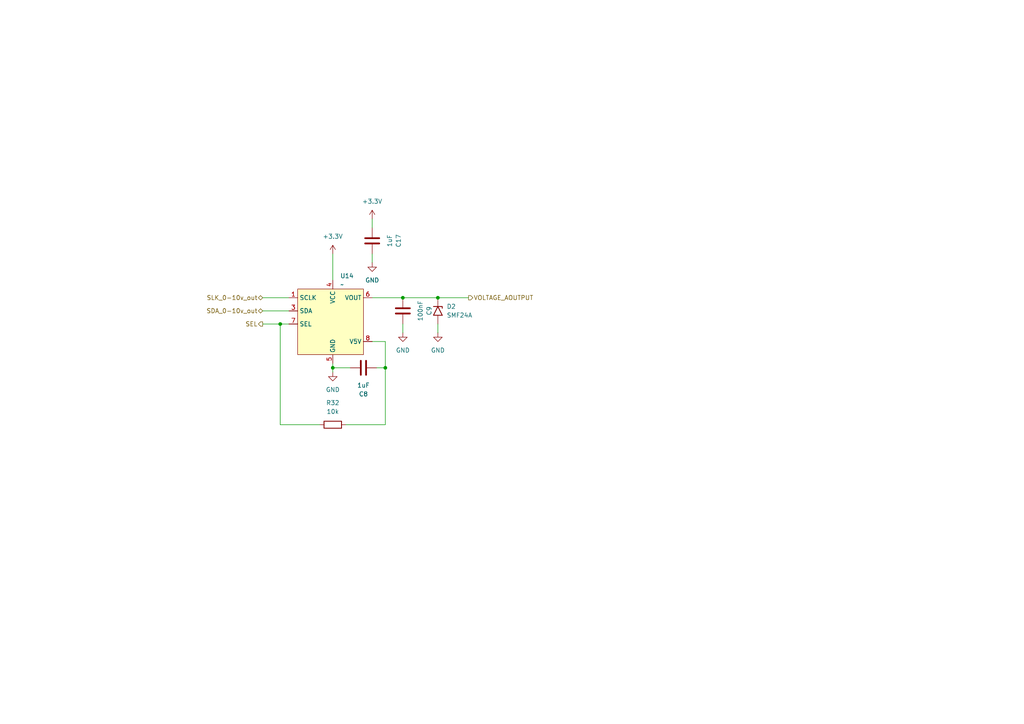
<source format=kicad_sch>
(kicad_sch
	(version 20250114)
	(generator "eeschema")
	(generator_version "9.0")
	(uuid "d7c3933e-f9ec-4a6a-a4d4-1d35525ba12a")
	(paper "A4")
	(lib_symbols
		(symbol "Device:C"
			(pin_numbers
				(hide yes)
			)
			(pin_names
				(offset 0.254)
			)
			(exclude_from_sim no)
			(in_bom yes)
			(on_board yes)
			(property "Reference" "C"
				(at 0.635 2.54 0)
				(effects
					(font
						(size 1.27 1.27)
					)
					(justify left)
				)
			)
			(property "Value" "C"
				(at 0.635 -2.54 0)
				(effects
					(font
						(size 1.27 1.27)
					)
					(justify left)
				)
			)
			(property "Footprint" ""
				(at 0.9652 -3.81 0)
				(effects
					(font
						(size 1.27 1.27)
					)
					(hide yes)
				)
			)
			(property "Datasheet" "~"
				(at 0 0 0)
				(effects
					(font
						(size 1.27 1.27)
					)
					(hide yes)
				)
			)
			(property "Description" "Unpolarized capacitor"
				(at 0 0 0)
				(effects
					(font
						(size 1.27 1.27)
					)
					(hide yes)
				)
			)
			(property "ki_keywords" "cap capacitor"
				(at 0 0 0)
				(effects
					(font
						(size 1.27 1.27)
					)
					(hide yes)
				)
			)
			(property "ki_fp_filters" "C_*"
				(at 0 0 0)
				(effects
					(font
						(size 1.27 1.27)
					)
					(hide yes)
				)
			)
			(symbol "C_0_1"
				(polyline
					(pts
						(xy -2.032 0.762) (xy 2.032 0.762)
					)
					(stroke
						(width 0.508)
						(type default)
					)
					(fill
						(type none)
					)
				)
				(polyline
					(pts
						(xy -2.032 -0.762) (xy 2.032 -0.762)
					)
					(stroke
						(width 0.508)
						(type default)
					)
					(fill
						(type none)
					)
				)
			)
			(symbol "C_1_1"
				(pin passive line
					(at 0 3.81 270)
					(length 2.794)
					(name "~"
						(effects
							(font
								(size 1.27 1.27)
							)
						)
					)
					(number "1"
						(effects
							(font
								(size 1.27 1.27)
							)
						)
					)
				)
				(pin passive line
					(at 0 -3.81 90)
					(length 2.794)
					(name "~"
						(effects
							(font
								(size 1.27 1.27)
							)
						)
					)
					(number "2"
						(effects
							(font
								(size 1.27 1.27)
							)
						)
					)
				)
			)
			(embedded_fonts no)
		)
		(symbol "Device:R"
			(pin_numbers
				(hide yes)
			)
			(pin_names
				(offset 0)
			)
			(exclude_from_sim no)
			(in_bom yes)
			(on_board yes)
			(property "Reference" "R"
				(at 2.032 0 90)
				(effects
					(font
						(size 1.27 1.27)
					)
				)
			)
			(property "Value" "R"
				(at 0 0 90)
				(effects
					(font
						(size 1.27 1.27)
					)
				)
			)
			(property "Footprint" ""
				(at -1.778 0 90)
				(effects
					(font
						(size 1.27 1.27)
					)
					(hide yes)
				)
			)
			(property "Datasheet" "~"
				(at 0 0 0)
				(effects
					(font
						(size 1.27 1.27)
					)
					(hide yes)
				)
			)
			(property "Description" "Resistor"
				(at 0 0 0)
				(effects
					(font
						(size 1.27 1.27)
					)
					(hide yes)
				)
			)
			(property "ki_keywords" "R res resistor"
				(at 0 0 0)
				(effects
					(font
						(size 1.27 1.27)
					)
					(hide yes)
				)
			)
			(property "ki_fp_filters" "R_*"
				(at 0 0 0)
				(effects
					(font
						(size 1.27 1.27)
					)
					(hide yes)
				)
			)
			(symbol "R_0_1"
				(rectangle
					(start -1.016 -2.54)
					(end 1.016 2.54)
					(stroke
						(width 0.254)
						(type default)
					)
					(fill
						(type none)
					)
				)
			)
			(symbol "R_1_1"
				(pin passive line
					(at 0 3.81 270)
					(length 1.27)
					(name "~"
						(effects
							(font
								(size 1.27 1.27)
							)
						)
					)
					(number "1"
						(effects
							(font
								(size 1.27 1.27)
							)
						)
					)
				)
				(pin passive line
					(at 0 -3.81 90)
					(length 1.27)
					(name "~"
						(effects
							(font
								(size 1.27 1.27)
							)
						)
					)
					(number "2"
						(effects
							(font
								(size 1.27 1.27)
							)
						)
					)
				)
			)
			(embedded_fonts no)
		)
		(symbol "Diode:SMF24A"
			(pin_numbers
				(hide yes)
			)
			(pin_names
				(offset 1.016)
				(hide yes)
			)
			(exclude_from_sim no)
			(in_bom yes)
			(on_board yes)
			(property "Reference" "D"
				(at 0 2.54 0)
				(effects
					(font
						(size 1.27 1.27)
					)
				)
			)
			(property "Value" "SMF24A"
				(at 0 -2.54 0)
				(effects
					(font
						(size 1.27 1.27)
					)
				)
			)
			(property "Footprint" "Diode_SMD:D_SMF"
				(at 0 -5.08 0)
				(effects
					(font
						(size 1.27 1.27)
					)
					(hide yes)
				)
			)
			(property "Datasheet" "https://www.vishay.com/doc?85881"
				(at -1.27 0 0)
				(effects
					(font
						(size 1.27 1.27)
					)
					(hide yes)
				)
			)
			(property "Description" "200W unidirectional Transil Transient Voltage Suppressor, 24Vrwm, SMF"
				(at 0 0 0)
				(effects
					(font
						(size 1.27 1.27)
					)
					(hide yes)
				)
			)
			(property "ki_keywords" "diode TVS voltage suppressor"
				(at 0 0 0)
				(effects
					(font
						(size 1.27 1.27)
					)
					(hide yes)
				)
			)
			(property "ki_fp_filters" "D*SMF*"
				(at 0 0 0)
				(effects
					(font
						(size 1.27 1.27)
					)
					(hide yes)
				)
			)
			(symbol "SMF24A_0_1"
				(polyline
					(pts
						(xy -0.762 1.27) (xy -1.27 1.27) (xy -1.27 -1.27)
					)
					(stroke
						(width 0.254)
						(type default)
					)
					(fill
						(type none)
					)
				)
				(polyline
					(pts
						(xy 1.27 1.27) (xy 1.27 -1.27) (xy -1.27 0) (xy 1.27 1.27)
					)
					(stroke
						(width 0.254)
						(type default)
					)
					(fill
						(type none)
					)
				)
			)
			(symbol "SMF24A_1_1"
				(pin passive line
					(at -3.81 0 0)
					(length 2.54)
					(name "A1"
						(effects
							(font
								(size 1.27 1.27)
							)
						)
					)
					(number "1"
						(effects
							(font
								(size 1.27 1.27)
							)
						)
					)
				)
				(pin passive line
					(at 3.81 0 180)
					(length 2.54)
					(name "A2"
						(effects
							(font
								(size 1.27 1.27)
							)
						)
					)
					(number "2"
						(effects
							(font
								(size 1.27 1.27)
							)
						)
					)
				)
			)
			(embedded_fonts no)
		)
		(symbol "Riqi_Parts:GP8201S"
			(exclude_from_sim no)
			(in_bom yes)
			(on_board yes)
			(property "Reference" "U14"
				(at 8.4933 2.54 0)
				(effects
					(font
						(size 1.27 1.27)
					)
					(justify left)
				)
			)
			(property "Value" "~"
				(at 8.4933 0 0)
				(effects
					(font
						(size 1.27 1.27)
					)
					(justify left)
				)
			)
			(property "Footprint" "Package_SO:SOIC-8_5.3x6.2mm_P1.27mm"
				(at 0 0 0)
				(effects
					(font
						(size 1.27 1.27)
					)
					(hide yes)
				)
			)
			(property "Datasheet" "https://lcsc.com/datasheet/lcsc_datasheet_2410121507_Guestgood-GP8201S-TC50-EW_C5240058.pdf"
				(at 0 0 0)
				(effects
					(font
						(size 1.27 1.27)
					)
					(hide yes)
				)
			)
			(property "Description" ""
				(at 0 0 0)
				(effects
					(font
						(size 1.27 1.27)
					)
					(hide yes)
				)
			)
			(symbol "GP8201S_1_1"
				(rectangle
					(start -3.81 -1.27)
					(end 15.24 -20.32)
					(stroke
						(width 0)
						(type solid)
					)
					(fill
						(type background)
					)
				)
				(pin passive line
					(at -6.35 -3.81 0)
					(length 2.54)
					(name "SCLK"
						(effects
							(font
								(size 1.27 1.27)
							)
						)
					)
					(number "1"
						(effects
							(font
								(size 1.27 1.27)
							)
						)
					)
				)
				(pin passive line
					(at -6.35 -7.62 0)
					(length 2.54)
					(name "SDA"
						(effects
							(font
								(size 1.27 1.27)
							)
						)
					)
					(number "3"
						(effects
							(font
								(size 1.27 1.27)
							)
						)
					)
				)
				(pin passive line
					(at -6.35 -11.43 0)
					(length 2.54)
					(name "SEL"
						(effects
							(font
								(size 1.27 1.27)
							)
						)
					)
					(number "7"
						(effects
							(font
								(size 1.27 1.27)
							)
						)
					)
				)
				(pin passive line
					(at 6.35 1.27 270)
					(length 2.54)
					(name "VCC"
						(effects
							(font
								(size 1.27 1.27)
							)
						)
					)
					(number "4"
						(effects
							(font
								(size 1.27 1.27)
							)
						)
					)
				)
				(pin passive line
					(at 6.35 -22.86 90)
					(length 2.54)
					(name "GND"
						(effects
							(font
								(size 1.27 1.27)
							)
						)
					)
					(number "5"
						(effects
							(font
								(size 1.27 1.27)
							)
						)
					)
				)
				(pin passive line
					(at 17.78 -3.81 180)
					(length 2.54)
					(name "VOUT"
						(effects
							(font
								(size 1.27 1.27)
							)
						)
					)
					(number "6"
						(effects
							(font
								(size 1.27 1.27)
							)
						)
					)
				)
				(pin passive line
					(at 17.78 -16.51 180)
					(length 2.54)
					(name "V5V"
						(effects
							(font
								(size 1.27 1.27)
							)
						)
					)
					(number "8"
						(effects
							(font
								(size 1.27 1.27)
							)
						)
					)
				)
			)
			(embedded_fonts no)
		)
		(symbol "power:+3.3V"
			(power)
			(pin_numbers
				(hide yes)
			)
			(pin_names
				(offset 0)
				(hide yes)
			)
			(exclude_from_sim no)
			(in_bom yes)
			(on_board yes)
			(property "Reference" "#PWR"
				(at 0 -3.81 0)
				(effects
					(font
						(size 1.27 1.27)
					)
					(hide yes)
				)
			)
			(property "Value" "+3.3V"
				(at 0 3.556 0)
				(effects
					(font
						(size 1.27 1.27)
					)
				)
			)
			(property "Footprint" ""
				(at 0 0 0)
				(effects
					(font
						(size 1.27 1.27)
					)
					(hide yes)
				)
			)
			(property "Datasheet" ""
				(at 0 0 0)
				(effects
					(font
						(size 1.27 1.27)
					)
					(hide yes)
				)
			)
			(property "Description" "Power symbol creates a global label with name \"+3.3V\""
				(at 0 0 0)
				(effects
					(font
						(size 1.27 1.27)
					)
					(hide yes)
				)
			)
			(property "ki_keywords" "global power"
				(at 0 0 0)
				(effects
					(font
						(size 1.27 1.27)
					)
					(hide yes)
				)
			)
			(symbol "+3.3V_0_1"
				(polyline
					(pts
						(xy -0.762 1.27) (xy 0 2.54)
					)
					(stroke
						(width 0)
						(type default)
					)
					(fill
						(type none)
					)
				)
				(polyline
					(pts
						(xy 0 2.54) (xy 0.762 1.27)
					)
					(stroke
						(width 0)
						(type default)
					)
					(fill
						(type none)
					)
				)
				(polyline
					(pts
						(xy 0 0) (xy 0 2.54)
					)
					(stroke
						(width 0)
						(type default)
					)
					(fill
						(type none)
					)
				)
			)
			(symbol "+3.3V_1_1"
				(pin power_in line
					(at 0 0 90)
					(length 0)
					(name "~"
						(effects
							(font
								(size 1.27 1.27)
							)
						)
					)
					(number "1"
						(effects
							(font
								(size 1.27 1.27)
							)
						)
					)
				)
			)
			(embedded_fonts no)
		)
		(symbol "power:GND"
			(power)
			(pin_numbers
				(hide yes)
			)
			(pin_names
				(offset 0)
				(hide yes)
			)
			(exclude_from_sim no)
			(in_bom yes)
			(on_board yes)
			(property "Reference" "#PWR"
				(at 0 -6.35 0)
				(effects
					(font
						(size 1.27 1.27)
					)
					(hide yes)
				)
			)
			(property "Value" "GND"
				(at 0 -3.81 0)
				(effects
					(font
						(size 1.27 1.27)
					)
				)
			)
			(property "Footprint" ""
				(at 0 0 0)
				(effects
					(font
						(size 1.27 1.27)
					)
					(hide yes)
				)
			)
			(property "Datasheet" ""
				(at 0 0 0)
				(effects
					(font
						(size 1.27 1.27)
					)
					(hide yes)
				)
			)
			(property "Description" "Power symbol creates a global label with name \"GND\" , ground"
				(at 0 0 0)
				(effects
					(font
						(size 1.27 1.27)
					)
					(hide yes)
				)
			)
			(property "ki_keywords" "global power"
				(at 0 0 0)
				(effects
					(font
						(size 1.27 1.27)
					)
					(hide yes)
				)
			)
			(symbol "GND_0_1"
				(polyline
					(pts
						(xy 0 0) (xy 0 -1.27) (xy 1.27 -1.27) (xy 0 -2.54) (xy -1.27 -1.27) (xy 0 -1.27)
					)
					(stroke
						(width 0)
						(type default)
					)
					(fill
						(type none)
					)
				)
			)
			(symbol "GND_1_1"
				(pin power_in line
					(at 0 0 270)
					(length 0)
					(name "~"
						(effects
							(font
								(size 1.27 1.27)
							)
						)
					)
					(number "1"
						(effects
							(font
								(size 1.27 1.27)
							)
						)
					)
				)
			)
			(embedded_fonts no)
		)
	)
	(junction
		(at 96.52 106.68)
		(diameter 0)
		(color 0 0 0 0)
		(uuid "061fc3e2-12e0-4e46-885a-1ddafe0110cb")
	)
	(junction
		(at 127 86.36)
		(diameter 0)
		(color 0 0 0 0)
		(uuid "2b75974f-8691-4d76-a8d2-eedc33697642")
	)
	(junction
		(at 116.84 86.36)
		(diameter 0)
		(color 0 0 0 0)
		(uuid "3bd8f8e7-2fa3-448e-ac0d-fdb4c25e92a8")
	)
	(junction
		(at 81.28 93.98)
		(diameter 0)
		(color 0 0 0 0)
		(uuid "c06cfb40-4ff1-48cb-b9c9-d2ebfb0c7568")
	)
	(junction
		(at 111.76 106.68)
		(diameter 0)
		(color 0 0 0 0)
		(uuid "cb31c472-5a94-4df4-aab4-6927de7ade92")
	)
	(wire
		(pts
			(xy 127 93.98) (xy 127 96.52)
		)
		(stroke
			(width 0)
			(type default)
		)
		(uuid "06ac5bee-9608-46e8-90ab-406bb9ab15bb")
	)
	(wire
		(pts
			(xy 81.28 93.98) (xy 81.28 123.19)
		)
		(stroke
			(width 0)
			(type default)
		)
		(uuid "1840e02a-18fe-472d-adea-98f1f1802a04")
	)
	(wire
		(pts
			(xy 76.2 90.17) (xy 83.82 90.17)
		)
		(stroke
			(width 0)
			(type default)
		)
		(uuid "217e2d99-53ae-49f9-be57-992aa1cb25a7")
	)
	(wire
		(pts
			(xy 96.52 106.68) (xy 101.6 106.68)
		)
		(stroke
			(width 0)
			(type default)
		)
		(uuid "27cf5137-fc02-45c9-9758-9960d5ca07cd")
	)
	(wire
		(pts
			(xy 116.84 93.98) (xy 116.84 96.52)
		)
		(stroke
			(width 0)
			(type default)
		)
		(uuid "2f068be1-89c0-4e47-8fd7-7cb1de71756f")
	)
	(wire
		(pts
			(xy 116.84 86.36) (xy 127 86.36)
		)
		(stroke
			(width 0)
			(type default)
		)
		(uuid "38e021d5-5b2d-4ae1-bf79-909eab679df3")
	)
	(wire
		(pts
			(xy 76.2 93.98) (xy 81.28 93.98)
		)
		(stroke
			(width 0)
			(type default)
		)
		(uuid "58d9ed7f-2ada-4921-86b1-12d42bc47ac3")
	)
	(wire
		(pts
			(xy 111.76 99.06) (xy 107.95 99.06)
		)
		(stroke
			(width 0)
			(type default)
		)
		(uuid "656942a0-4a4b-4914-b45c-6d08c5c8eef0")
	)
	(wire
		(pts
			(xy 111.76 123.19) (xy 111.76 106.68)
		)
		(stroke
			(width 0)
			(type default)
		)
		(uuid "77a7d086-58f3-40a0-abc6-baff1d729acb")
	)
	(wire
		(pts
			(xy 107.95 86.36) (xy 116.84 86.36)
		)
		(stroke
			(width 0)
			(type default)
		)
		(uuid "7adc3415-ccce-4efe-9206-8d98a48c4bc2")
	)
	(wire
		(pts
			(xy 96.52 105.41) (xy 96.52 106.68)
		)
		(stroke
			(width 0)
			(type default)
		)
		(uuid "83714ef0-2c4b-48bb-8d2d-45d2204f1151")
	)
	(wire
		(pts
			(xy 111.76 106.68) (xy 111.76 99.06)
		)
		(stroke
			(width 0)
			(type default)
		)
		(uuid "9f010fd3-c679-46b6-8d89-3d57f6fbee3b")
	)
	(wire
		(pts
			(xy 127 86.36) (xy 135.89 86.36)
		)
		(stroke
			(width 0)
			(type default)
		)
		(uuid "a98843fc-b40c-41ee-a423-05eb39fa9360")
	)
	(wire
		(pts
			(xy 107.95 63.5) (xy 107.95 66.04)
		)
		(stroke
			(width 0)
			(type default)
		)
		(uuid "b5d6bce2-6f4c-45f5-8a35-083b77c037d0")
	)
	(wire
		(pts
			(xy 100.33 123.19) (xy 111.76 123.19)
		)
		(stroke
			(width 0)
			(type default)
		)
		(uuid "b98842df-ecde-48aa-9af8-6b51d9340fe9")
	)
	(wire
		(pts
			(xy 76.2 86.36) (xy 83.82 86.36)
		)
		(stroke
			(width 0)
			(type default)
		)
		(uuid "c28b39ed-0e6f-4233-819d-6462fcef85c1")
	)
	(wire
		(pts
			(xy 96.52 73.66) (xy 96.52 81.28)
		)
		(stroke
			(width 0)
			(type default)
		)
		(uuid "c42769a6-17ae-43c2-95f9-a3b511cd7fd6")
	)
	(wire
		(pts
			(xy 81.28 93.98) (xy 83.82 93.98)
		)
		(stroke
			(width 0)
			(type default)
		)
		(uuid "d62614ed-d4a4-4833-a6a6-727fa47ebcf0")
	)
	(wire
		(pts
			(xy 92.71 123.19) (xy 81.28 123.19)
		)
		(stroke
			(width 0)
			(type default)
		)
		(uuid "d8d5765c-3c7d-4124-8ccd-cc2d82bb9cca")
	)
	(wire
		(pts
			(xy 96.52 106.68) (xy 96.52 107.95)
		)
		(stroke
			(width 0)
			(type default)
		)
		(uuid "dacfa578-d7f3-4143-a156-4744bb4a93bf")
	)
	(wire
		(pts
			(xy 109.22 106.68) (xy 111.76 106.68)
		)
		(stroke
			(width 0)
			(type default)
		)
		(uuid "dcb0b51b-9e39-4b20-94e0-9762ff2261c1")
	)
	(wire
		(pts
			(xy 107.95 73.66) (xy 107.95 76.2)
		)
		(stroke
			(width 0)
			(type default)
		)
		(uuid "e8ec6224-1ca7-467b-9558-5ddc5080818f")
	)
	(hierarchical_label "SDA_0-10v_out"
		(shape bidirectional)
		(at 76.2 90.17 180)
		(effects
			(font
				(size 1.27 1.27)
			)
			(justify right)
		)
		(uuid "47ef936d-12c5-4c4e-8ca4-73d3cd70a7c6")
	)
	(hierarchical_label "SEL"
		(shape output)
		(at 76.2 93.98 180)
		(effects
			(font
				(size 1.27 1.27)
			)
			(justify right)
		)
		(uuid "515d36f2-5511-4b85-ad8b-086291a0323a")
	)
	(hierarchical_label "VOLTAGE_AOUTPUT"
		(shape output)
		(at 135.89 86.36 0)
		(effects
			(font
				(size 1.27 1.27)
			)
			(justify left)
		)
		(uuid "78a3547f-66f1-4da9-8878-b8988d45ccbf")
	)
	(hierarchical_label "SLK_0-10v_out"
		(shape bidirectional)
		(at 76.2 86.36 180)
		(effects
			(font
				(size 1.27 1.27)
			)
			(justify right)
		)
		(uuid "ee911c83-e83d-4233-865c-4341285cb329")
	)
	(symbol
		(lib_id "Device:C")
		(at 107.95 69.85 180)
		(unit 1)
		(exclude_from_sim no)
		(in_bom yes)
		(on_board yes)
		(dnp no)
		(uuid "05ce30d4-f79f-4051-b648-7bc05f7d49e4")
		(property "Reference" "C17"
			(at 115.57 69.85 90)
			(effects
				(font
					(size 1.27 1.27)
				)
			)
		)
		(property "Value" "1uF"
			(at 113.03 69.85 90)
			(effects
				(font
					(size 1.27 1.27)
				)
			)
		)
		(property "Footprint" "Capacitor_SMD:C_0603_1608Metric"
			(at 106.9848 66.04 0)
			(effects
				(font
					(size 1.27 1.27)
				)
				(hide yes)
			)
		)
		(property "Datasheet" "~"
			(at 107.95 69.85 0)
			(effects
				(font
					(size 1.27 1.27)
				)
				(hide yes)
			)
		)
		(property "Description" "Unpolarized capacitor"
			(at 107.95 69.85 0)
			(effects
				(font
					(size 1.27 1.27)
				)
				(hide yes)
			)
		)
		(pin "2"
			(uuid "ce031c36-3afc-4626-a0f6-a63961ebf86d")
		)
		(pin "1"
			(uuid "747eada3-6cbb-445e-b6b6-35312bf3b128")
		)
		(instances
			(project "ZorionX-Nivara_V1.4"
				(path "/ae5c9891-8291-492e-8a61-8ac340267b67/d47eca49-96e4-4138-8979-47bb60019f67/0ee5674e-5226-4ebb-9d35-341cfb3e3a28"
					(reference "C17")
					(unit 1)
				)
			)
		)
	)
	(symbol
		(lib_id "power:GND")
		(at 96.52 107.95 0)
		(unit 1)
		(exclude_from_sim no)
		(in_bom yes)
		(on_board yes)
		(dnp no)
		(fields_autoplaced yes)
		(uuid "0d36b151-1690-4e53-ac0a-4b56dace1e06")
		(property "Reference" "#PWR063"
			(at 96.52 114.3 0)
			(effects
				(font
					(size 1.27 1.27)
				)
				(hide yes)
			)
		)
		(property "Value" "GND"
			(at 96.52 113.03 0)
			(effects
				(font
					(size 1.27 1.27)
				)
			)
		)
		(property "Footprint" ""
			(at 96.52 107.95 0)
			(effects
				(font
					(size 1.27 1.27)
				)
				(hide yes)
			)
		)
		(property "Datasheet" ""
			(at 96.52 107.95 0)
			(effects
				(font
					(size 1.27 1.27)
				)
				(hide yes)
			)
		)
		(property "Description" "Power symbol creates a global label with name \"GND\" , ground"
			(at 96.52 107.95 0)
			(effects
				(font
					(size 1.27 1.27)
				)
				(hide yes)
			)
		)
		(pin "1"
			(uuid "6ae02edb-08f9-405c-a30d-29f52d2ca84d")
		)
		(instances
			(project "ZorionX-Nivara_V1.4"
				(path "/ae5c9891-8291-492e-8a61-8ac340267b67/d47eca49-96e4-4138-8979-47bb60019f67/0ee5674e-5226-4ebb-9d35-341cfb3e3a28"
					(reference "#PWR063")
					(unit 1)
				)
			)
		)
	)
	(symbol
		(lib_id "Device:R")
		(at 96.52 123.19 90)
		(unit 1)
		(exclude_from_sim no)
		(in_bom yes)
		(on_board yes)
		(dnp no)
		(fields_autoplaced yes)
		(uuid "2877be8c-db80-4787-85ad-54e1246bc152")
		(property "Reference" "R32"
			(at 96.52 116.84 90)
			(effects
				(font
					(size 1.27 1.27)
				)
			)
		)
		(property "Value" "10k"
			(at 96.52 119.38 90)
			(effects
				(font
					(size 1.27 1.27)
				)
			)
		)
		(property "Footprint" "Resistor_SMD:R_0603_1608Metric"
			(at 96.52 124.968 90)
			(effects
				(font
					(size 1.27 1.27)
				)
				(hide yes)
			)
		)
		(property "Datasheet" "~"
			(at 96.52 123.19 0)
			(effects
				(font
					(size 1.27 1.27)
				)
				(hide yes)
			)
		)
		(property "Description" "Resistor"
			(at 96.52 123.19 0)
			(effects
				(font
					(size 1.27 1.27)
				)
				(hide yes)
			)
		)
		(pin "2"
			(uuid "13b3c67b-f960-4b61-9fbc-91d07b985c35")
		)
		(pin "1"
			(uuid "2705361c-be3a-4848-bf11-6db7bc613d35")
		)
		(instances
			(project "ZorionX-Nivara_V1.4"
				(path "/ae5c9891-8291-492e-8a61-8ac340267b67/d47eca49-96e4-4138-8979-47bb60019f67/0ee5674e-5226-4ebb-9d35-341cfb3e3a28"
					(reference "R32")
					(unit 1)
				)
			)
		)
	)
	(symbol
		(lib_id "power:GND")
		(at 107.95 76.2 0)
		(unit 1)
		(exclude_from_sim no)
		(in_bom yes)
		(on_board yes)
		(dnp no)
		(fields_autoplaced yes)
		(uuid "63f7c971-67dd-4241-b854-cc8a794cbcf1")
		(property "Reference" "#PWR082"
			(at 107.95 82.55 0)
			(effects
				(font
					(size 1.27 1.27)
				)
				(hide yes)
			)
		)
		(property "Value" "GND"
			(at 107.95 81.28 0)
			(effects
				(font
					(size 1.27 1.27)
				)
			)
		)
		(property "Footprint" ""
			(at 107.95 76.2 0)
			(effects
				(font
					(size 1.27 1.27)
				)
				(hide yes)
			)
		)
		(property "Datasheet" ""
			(at 107.95 76.2 0)
			(effects
				(font
					(size 1.27 1.27)
				)
				(hide yes)
			)
		)
		(property "Description" "Power symbol creates a global label with name \"GND\" , ground"
			(at 107.95 76.2 0)
			(effects
				(font
					(size 1.27 1.27)
				)
				(hide yes)
			)
		)
		(pin "1"
			(uuid "84795deb-b619-4c6b-a803-91908bb93b53")
		)
		(instances
			(project "ZorionX-Nivara_V1.4"
				(path "/ae5c9891-8291-492e-8a61-8ac340267b67/d47eca49-96e4-4138-8979-47bb60019f67/0ee5674e-5226-4ebb-9d35-341cfb3e3a28"
					(reference "#PWR082")
					(unit 1)
				)
			)
		)
	)
	(symbol
		(lib_id "power:GND")
		(at 127 96.52 0)
		(unit 1)
		(exclude_from_sim no)
		(in_bom yes)
		(on_board yes)
		(dnp no)
		(fields_autoplaced yes)
		(uuid "662b6e9a-245d-4a1f-b92b-f2a9faa0457a")
		(property "Reference" "#PWR065"
			(at 127 102.87 0)
			(effects
				(font
					(size 1.27 1.27)
				)
				(hide yes)
			)
		)
		(property "Value" "GND"
			(at 127 101.6 0)
			(effects
				(font
					(size 1.27 1.27)
				)
			)
		)
		(property "Footprint" ""
			(at 127 96.52 0)
			(effects
				(font
					(size 1.27 1.27)
				)
				(hide yes)
			)
		)
		(property "Datasheet" ""
			(at 127 96.52 0)
			(effects
				(font
					(size 1.27 1.27)
				)
				(hide yes)
			)
		)
		(property "Description" "Power symbol creates a global label with name \"GND\" , ground"
			(at 127 96.52 0)
			(effects
				(font
					(size 1.27 1.27)
				)
				(hide yes)
			)
		)
		(pin "1"
			(uuid "21e7dea8-dc65-49ba-b955-ef1b8542ed03")
		)
		(instances
			(project "ZorionX-Nivara_V1.4"
				(path "/ae5c9891-8291-492e-8a61-8ac340267b67/d47eca49-96e4-4138-8979-47bb60019f67/0ee5674e-5226-4ebb-9d35-341cfb3e3a28"
					(reference "#PWR065")
					(unit 1)
				)
			)
		)
	)
	(symbol
		(lib_id "Diode:SMF24A")
		(at 127 90.17 270)
		(unit 1)
		(exclude_from_sim no)
		(in_bom yes)
		(on_board yes)
		(dnp no)
		(fields_autoplaced yes)
		(uuid "70958a0c-14cd-498d-96c7-6784d8276f5e")
		(property "Reference" "D2"
			(at 129.54 88.8999 90)
			(effects
				(font
					(size 1.27 1.27)
				)
				(justify left)
			)
		)
		(property "Value" "SMF24A"
			(at 129.54 91.4399 90)
			(effects
				(font
					(size 1.27 1.27)
				)
				(justify left)
			)
		)
		(property "Footprint" "Diode_SMD:D_SMF"
			(at 121.92 90.17 0)
			(effects
				(font
					(size 1.27 1.27)
				)
				(hide yes)
			)
		)
		(property "Datasheet" "https://www.vishay.com/doc?85881"
			(at 127 88.9 0)
			(effects
				(font
					(size 1.27 1.27)
				)
				(hide yes)
			)
		)
		(property "Description" "200W unidirectional Transil Transient Voltage Suppressor, 24Vrwm, SMF"
			(at 127 90.17 0)
			(effects
				(font
					(size 1.27 1.27)
				)
				(hide yes)
			)
		)
		(property "LCSC#" "C7495269"
			(at 127 90.17 90)
			(effects
				(font
					(size 1.27 1.27)
				)
				(hide yes)
			)
		)
		(pin "1"
			(uuid "5d6114e7-4d01-46e9-b6f8-13b34735f7d8")
		)
		(pin "2"
			(uuid "20826ab0-bcd0-4e56-a872-7397b8be6b21")
		)
		(instances
			(project "ZorionX-Nivara_V1.4"
				(path "/ae5c9891-8291-492e-8a61-8ac340267b67/d47eca49-96e4-4138-8979-47bb60019f67/0ee5674e-5226-4ebb-9d35-341cfb3e3a28"
					(reference "D2")
					(unit 1)
				)
			)
		)
	)
	(symbol
		(lib_id "Device:C")
		(at 105.41 106.68 90)
		(unit 1)
		(exclude_from_sim no)
		(in_bom yes)
		(on_board yes)
		(dnp no)
		(uuid "70ea32b7-956e-4717-b5fb-a2ba058db00b")
		(property "Reference" "C8"
			(at 105.41 114.3 90)
			(effects
				(font
					(size 1.27 1.27)
				)
			)
		)
		(property "Value" "1uF"
			(at 105.41 111.76 90)
			(effects
				(font
					(size 1.27 1.27)
				)
			)
		)
		(property "Footprint" "Capacitor_SMD:C_0603_1608Metric"
			(at 109.22 105.7148 0)
			(effects
				(font
					(size 1.27 1.27)
				)
				(hide yes)
			)
		)
		(property "Datasheet" "~"
			(at 105.41 106.68 0)
			(effects
				(font
					(size 1.27 1.27)
				)
				(hide yes)
			)
		)
		(property "Description" "Unpolarized capacitor"
			(at 105.41 106.68 0)
			(effects
				(font
					(size 1.27 1.27)
				)
				(hide yes)
			)
		)
		(pin "2"
			(uuid "759a8665-d2e8-4a98-89c6-63ef67fcf4f9")
		)
		(pin "1"
			(uuid "8a08afde-5943-455a-8b18-480f9d6e2647")
		)
		(instances
			(project "ZorionX-Nivara_V1.4"
				(path "/ae5c9891-8291-492e-8a61-8ac340267b67/d47eca49-96e4-4138-8979-47bb60019f67/0ee5674e-5226-4ebb-9d35-341cfb3e3a28"
					(reference "C8")
					(unit 1)
				)
			)
		)
	)
	(symbol
		(lib_id "Riqi_Parts:GP8201S")
		(at 90.17 82.55 0)
		(unit 1)
		(exclude_from_sim no)
		(in_bom yes)
		(on_board yes)
		(dnp no)
		(fields_autoplaced yes)
		(uuid "8ccd6e60-f315-4ed4-96d7-c1a86e0971d3")
		(property "Reference" "U14"
			(at 98.6633 80.01 0)
			(effects
				(font
					(size 1.27 1.27)
				)
				(justify left)
			)
		)
		(property "Value" "~"
			(at 98.6633 82.55 0)
			(effects
				(font
					(size 1.27 1.27)
				)
				(justify left)
			)
		)
		(property "Footprint" "Package_SO:SOIC-8_5.3x6.2mm_P1.27mm"
			(at 90.17 82.55 0)
			(effects
				(font
					(size 1.27 1.27)
				)
				(hide yes)
			)
		)
		(property "Datasheet" "https://lcsc.com/datasheet/lcsc_datasheet_2410121507_Guestgood-GP8201S-TC50-EW_C5240058.pdf"
			(at 90.17 82.55 0)
			(effects
				(font
					(size 1.27 1.27)
				)
				(hide yes)
			)
		)
		(property "Description" ""
			(at 90.17 82.55 0)
			(effects
				(font
					(size 1.27 1.27)
				)
				(hide yes)
			)
		)
		(pin "4"
			(uuid "875cb577-79dc-449e-9c5b-35f59e27ad56")
		)
		(pin "1"
			(uuid "7c7ee5f6-fb1a-46d7-96c5-1fc261cc6de7")
		)
		(pin "5"
			(uuid "56fef6e0-eab7-4cde-80f5-9cb37a682866")
		)
		(pin "7"
			(uuid "cd2edaa9-bfdb-41d1-85f9-c2d9a69df1bf")
		)
		(pin "3"
			(uuid "d557e630-2767-45fa-a7c1-f5476d7b6d6e")
		)
		(pin "8"
			(uuid "4b49174b-f800-426f-9086-f2ce72de6796")
		)
		(pin "6"
			(uuid "ec7c1f04-e748-4710-a349-f122160abcc9")
		)
		(instances
			(project "ZorionX-Nivara_V1.4"
				(path "/ae5c9891-8291-492e-8a61-8ac340267b67/d47eca49-96e4-4138-8979-47bb60019f67/0ee5674e-5226-4ebb-9d35-341cfb3e3a28"
					(reference "U14")
					(unit 1)
				)
			)
		)
	)
	(symbol
		(lib_id "power:+3.3V")
		(at 96.52 73.66 0)
		(unit 1)
		(exclude_from_sim no)
		(in_bom yes)
		(on_board yes)
		(dnp no)
		(fields_autoplaced yes)
		(uuid "9297e8fa-2efe-42b6-a222-902940af4064")
		(property "Reference" "#PWR062"
			(at 96.52 77.47 0)
			(effects
				(font
					(size 1.27 1.27)
				)
				(hide yes)
			)
		)
		(property "Value" "+3.3V"
			(at 96.52 68.58 0)
			(effects
				(font
					(size 1.27 1.27)
				)
			)
		)
		(property "Footprint" ""
			(at 96.52 73.66 0)
			(effects
				(font
					(size 1.27 1.27)
				)
				(hide yes)
			)
		)
		(property "Datasheet" ""
			(at 96.52 73.66 0)
			(effects
				(font
					(size 1.27 1.27)
				)
				(hide yes)
			)
		)
		(property "Description" "Power symbol creates a global label with name \"+3.3V\""
			(at 96.52 73.66 0)
			(effects
				(font
					(size 1.27 1.27)
				)
				(hide yes)
			)
		)
		(pin "1"
			(uuid "2e6953fa-4243-456c-93b3-db4c8168db6c")
		)
		(instances
			(project ""
				(path "/ae5c9891-8291-492e-8a61-8ac340267b67/d47eca49-96e4-4138-8979-47bb60019f67/0ee5674e-5226-4ebb-9d35-341cfb3e3a28"
					(reference "#PWR062")
					(unit 1)
				)
			)
		)
	)
	(symbol
		(lib_id "power:+3.3V")
		(at 107.95 63.5 0)
		(unit 1)
		(exclude_from_sim no)
		(in_bom yes)
		(on_board yes)
		(dnp no)
		(fields_autoplaced yes)
		(uuid "aafa8c8c-2418-46d9-9d42-c8250f226390")
		(property "Reference" "#PWR081"
			(at 107.95 67.31 0)
			(effects
				(font
					(size 1.27 1.27)
				)
				(hide yes)
			)
		)
		(property "Value" "+3.3V"
			(at 107.95 58.42 0)
			(effects
				(font
					(size 1.27 1.27)
				)
			)
		)
		(property "Footprint" ""
			(at 107.95 63.5 0)
			(effects
				(font
					(size 1.27 1.27)
				)
				(hide yes)
			)
		)
		(property "Datasheet" ""
			(at 107.95 63.5 0)
			(effects
				(font
					(size 1.27 1.27)
				)
				(hide yes)
			)
		)
		(property "Description" "Power symbol creates a global label with name \"+3.3V\""
			(at 107.95 63.5 0)
			(effects
				(font
					(size 1.27 1.27)
				)
				(hide yes)
			)
		)
		(pin "1"
			(uuid "999452cb-5c4a-467b-ab53-6f729b84c230")
		)
		(instances
			(project "ZorionX-Nivara_V1.4"
				(path "/ae5c9891-8291-492e-8a61-8ac340267b67/d47eca49-96e4-4138-8979-47bb60019f67/0ee5674e-5226-4ebb-9d35-341cfb3e3a28"
					(reference "#PWR081")
					(unit 1)
				)
			)
		)
	)
	(symbol
		(lib_id "power:GND")
		(at 116.84 96.52 0)
		(unit 1)
		(exclude_from_sim no)
		(in_bom yes)
		(on_board yes)
		(dnp no)
		(fields_autoplaced yes)
		(uuid "bba1afef-4158-4353-ac2f-1c0cdacfd82d")
		(property "Reference" "#PWR064"
			(at 116.84 102.87 0)
			(effects
				(font
					(size 1.27 1.27)
				)
				(hide yes)
			)
		)
		(property "Value" "GND"
			(at 116.84 101.6 0)
			(effects
				(font
					(size 1.27 1.27)
				)
			)
		)
		(property "Footprint" ""
			(at 116.84 96.52 0)
			(effects
				(font
					(size 1.27 1.27)
				)
				(hide yes)
			)
		)
		(property "Datasheet" ""
			(at 116.84 96.52 0)
			(effects
				(font
					(size 1.27 1.27)
				)
				(hide yes)
			)
		)
		(property "Description" "Power symbol creates a global label with name \"GND\" , ground"
			(at 116.84 96.52 0)
			(effects
				(font
					(size 1.27 1.27)
				)
				(hide yes)
			)
		)
		(pin "1"
			(uuid "b2663e65-be23-4ee1-9e9a-073730702b13")
		)
		(instances
			(project "ZorionX-Nivara_V1.4"
				(path "/ae5c9891-8291-492e-8a61-8ac340267b67/d47eca49-96e4-4138-8979-47bb60019f67/0ee5674e-5226-4ebb-9d35-341cfb3e3a28"
					(reference "#PWR064")
					(unit 1)
				)
			)
		)
	)
	(symbol
		(lib_id "Device:C")
		(at 116.84 90.17 180)
		(unit 1)
		(exclude_from_sim no)
		(in_bom yes)
		(on_board yes)
		(dnp no)
		(uuid "ddb04e3c-561d-41ad-bae2-3a5e343ae6fa")
		(property "Reference" "C9"
			(at 124.46 90.17 90)
			(effects
				(font
					(size 1.27 1.27)
				)
			)
		)
		(property "Value" "100nF"
			(at 121.92 90.17 90)
			(effects
				(font
					(size 1.27 1.27)
				)
			)
		)
		(property "Footprint" "Capacitor_SMD:C_0603_1608Metric"
			(at 115.8748 86.36 0)
			(effects
				(font
					(size 1.27 1.27)
				)
				(hide yes)
			)
		)
		(property "Datasheet" "~"
			(at 116.84 90.17 0)
			(effects
				(font
					(size 1.27 1.27)
				)
				(hide yes)
			)
		)
		(property "Description" "Unpolarized capacitor"
			(at 116.84 90.17 0)
			(effects
				(font
					(size 1.27 1.27)
				)
				(hide yes)
			)
		)
		(pin "2"
			(uuid "6dbcc052-a428-4c49-8a9b-fb49fec7b57e")
		)
		(pin "1"
			(uuid "f868081e-22eb-4a51-8e20-ce2eaeb53f0f")
		)
		(instances
			(project "ZorionX-Nivara_V1.4"
				(path "/ae5c9891-8291-492e-8a61-8ac340267b67/d47eca49-96e4-4138-8979-47bb60019f67/0ee5674e-5226-4ebb-9d35-341cfb3e3a28"
					(reference "C9")
					(unit 1)
				)
			)
		)
	)
)

</source>
